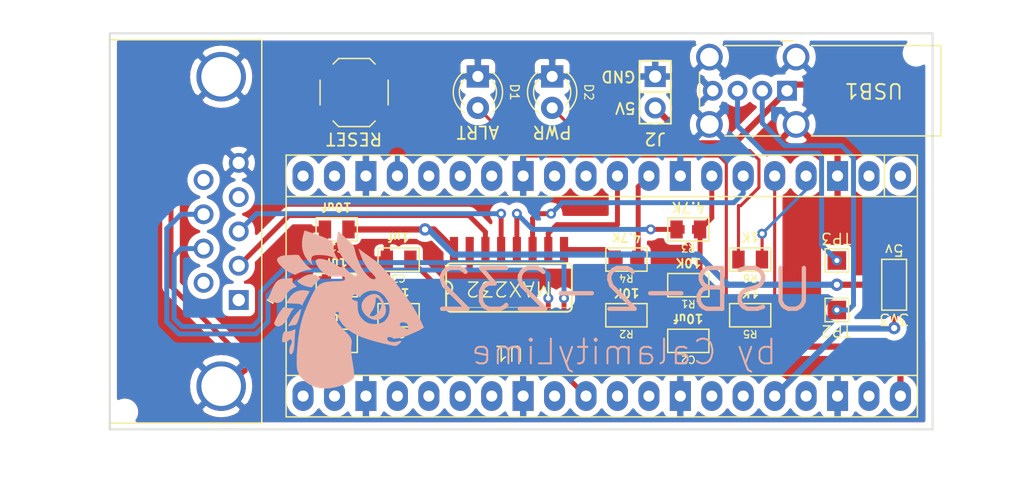
<source format=kicad_pcb>
(kicad_pcb (version 20171130) (host pcbnew "(5.1.10)-1")
  (layers (0 F.Cu signal) (31 B.Cu signal) (34 B.Paste user) (35 F.Paste user) (36 B.SilkS user hide) (37 F.SilkS user hide) (38 B.Mask user) (39 F.Mask user) (44 Edge.Cuts user))
  (net 0 "")
  (net 1 GND)
  (net 2 "Net-(C3-Pad2)")
  (net 3 +5V)
  (net 4 "Net-(D1-Pad2)")
  (net 5 "Net-(D2-Pad2)")
  (net 6 "Net-(R1-Pad2)")
  (net 7 "Net-(R2-Pad2)")
  (net 8 "Net-(SW2-Pad1)")
  (net 9 "Net-(U1-Pad10)")
  (net 10 "Net-(U1-Pad11)")
  (net 11 "Net-(U2-Pad1)")
  (net 12 "Net-(U2-Pad2)")
  (net 13 "Net-(U2-Pad11)")
  (net 14 "Net-(U2-Pad20)")
  (net 15 "Net-(U2-Pad21)")
  (net 16 "Net-(U2-Pad22)")
  (net 17 "Net-(U2-Pad24)")
  (net 18 "Net-(U2-Pad25)")
  (net 19 "Net-(U2-Pad26)")
  (net 20 "Net-(U2-Pad27)")
  (net 21 "Net-(U2-Pad29)")
  (net 22 "Net-(U2-Pad31)")
  (net 23 "Net-(U2-Pad32)")
  (net 24 "Net-(U2-Pad34)")
  (net 25 "Net-(U2-Pad35)")
  (net 26 "Net-(U2-Pad37)")
  (net 27 "Net-(U2-Pad39)")
  (net 28 "Net-(C5-Pad2)")
  (net 29 "Net-(C5-Pad1)")
  (net 30 "Net-(rs232_1-Pad9)")
  (net 31 "Net-(rs232_1-Pad6)")
  (net 32 "Net-(rs232_1-Pad4)")
  (net 33 "Net-(rs232_1-Pad1)")
  (net 34 "Net-(C1-Pad2)")
  (net 35 "Net-(C4-Pad1)")
  (net 36 "Net-(C6-Pad2)")
  (net 37 "Net-(C6-Pad1)")
  (net 38 "Net-(R3-Pad2)")
  (net 39 "Net-(R4-Pad1)")
  (net 40 +3V3)
  (net 41 "Net-(U2-Pad12)")
  (net 42 "Net-(U2-Pad14)")
  (net 43 "Net-(U2-Pad15)")
  (net 44 "Net-(U2-Pad16)")
  (net 45 "Net-(U2-Pad17)")
  (net 46 "Net-(U2-Pad19)")
  (net 47 "Net-(R5-Pad2)")
  (net 48 "Net-(R6-Pad2)")
  (net 49 "Net-(U1-Pad7)")
  (net 50 "Net-(U1-Pad8)")
  (net 51 "Net-(U1-Pad13)")
  (net 52 "Net-(U1-Pad14)")
  (net 53 "Net-(TP2-Pad1)")
  (net 54 "Net-(TP3-Pad1)")
  (module USB-2-232:C_0805_2012Metric (layer F.Cu) (at 158.594 95.432)
    (fp_text reference C3 (at 0 1.5 180 unlocked) (layer F.SilkS) (effects (font (size 0.6 0.6) (thickness 0.1))))
    (fp_text value 1uf (at 0 -1.8 180 unlocked) (layer F.SilkS) (effects (font (size 0.7 0.7))))
    (pad 2 smd rect (at 0.95 0) (size 1 1.45) (layers F.Cu F.Paste F.Mask) (net 2 "Net-(C3-Pad2)"))
    (pad 1 smd rect (at -0.95 0) (size 1 1.45) (layers F.Cu F.Paste F.Mask) (net 1 GND))
  )
  (module USB-2-232:C_0805_2012Metric (layer F.Cu) (at 158.594 99.932)
    (fp_text reference C6 (at 0 1.5 180 unlocked) (layer F.SilkS) (effects (font (size 0.6 0.6) (thickness 0.1))))
    (fp_text value 1uf (at 0 -1.8 180 unlocked) (layer F.SilkS) (effects (font (size 0.7 0.7))))
    (pad 2 smd rect (at 0.95 0) (size 1 1.45) (layers F.Cu F.Paste F.Mask) (net 36 "Net-(C6-Pad2)"))
    (pad 1 smd rect (at -0.95 0) (size 1 1.45) (layers F.Cu F.Paste F.Mask) (net 37 "Net-(C6-Pad1)"))
  )
  (module USB-2-232:C_0805_2012Metric (layer F.Cu) (at 153.594 93)
    (fp_text reference C1 (at 0 1.5 180 unlocked) (layer F.SilkS) (effects (font (size 0.6 0.6) (thickness 0.1))))
    (fp_text value 10uf (at 0 -1.8 180 unlocked) (layer F.SilkS) (effects (font (size 0.7 0.7))))
    (pad 2 smd rect (at 0.95 0) (size 1 1.45) (layers F.Cu F.Paste F.Mask) (net 34 "Net-(C1-Pad2)"))
    (pad 1 smd rect (at -0.95 0) (size 1 1.45) (layers F.Cu F.Paste F.Mask) (net 1 GND))
  )
  (module USB-2-232:C_0805_2012MetricFlip (layer F.Cu) (at 153.594 102 180)
    (fp_text reference C5 (at 0 -1.5 180 unlocked) (layer F.SilkS) (effects (font (size 0.6 0.6) (thickness 0.1))))
    (fp_text value 1uf (at 0 1.8 180 unlocked) (layer F.SilkS) (effects (font (size 0.7 0.7))))
    (pad 2 smd rect (at 0.95 0 180) (size 1 1.45) (layers F.Cu F.Paste F.Mask) (net 28 "Net-(C5-Pad2)"))
    (pad 1 smd rect (at -0.95 0 180) (size 1 1.45) (layers F.Cu F.Paste F.Mask) (net 29 "Net-(C5-Pad1)"))
  )
  (module USB-2-232:C_0805_2012MetricFlip (layer F.Cu) (at 153.594 97.5 180)
    (fp_text reference C4 (at 0 -1.5 180 unlocked) (layer F.SilkS) (effects (font (size 0.6 0.6) (thickness 0.1))))
    (fp_text value 1uf (at 0 1.8 180 unlocked) (layer F.SilkS) (effects (font (size 0.7 0.7))))
    (pad 2 smd rect (at 0.95 0 180) (size 1 1.45) (layers F.Cu F.Paste F.Mask) (net 1 GND))
    (pad 1 smd rect (at -0.95 0 180) (size 1 1.45) (layers F.Cu F.Paste F.Mask) (net 35 "Net-(C4-Pad1)"))
  )
  (module USB-2-232:C_0805_2012MetricFlip (layer F.Cu) (at 182 102 180)
    (fp_text reference C2 (at 0 -1.5 180 unlocked) (layer F.SilkS) (effects (font (size 0.6 0.6) (thickness 0.1))))
    (fp_text value 10uf (at 0 1.8 180 unlocked) (layer F.SilkS) (effects (font (size 0.7 0.7))))
    (pad 2 smd rect (at 0.95 0 180) (size 1 1.45) (layers F.Cu F.Paste F.Mask) (net 1 GND))
    (pad 1 smd rect (at -0.95 0 180) (size 1 1.45) (layers F.Cu F.Paste F.Mask) (net 3 +5V))
  )
  (module USB-2-232:R_0805_2012Metric_bridgeflip (layer F.Cu) (at 182 93 180)
    (fp_text reference R3 (at 0 -1.5 180 unlocked) (layer F.SilkS) (effects (font (size 0.6 0.6) (thickness 0.1))))
    (fp_text value 4.7K (at 0 1.8 180 unlocked) (layer F.SilkS) (effects (font (size 0.8 0.8))))
    (pad 2 smd rect (at 0.8 0 180) (size 1 0.7) (layers F.Cu F.Paste F.Mask) (net 38 "Net-(R3-Pad2)"))
    (pad 1 smd rect (at -0.8 0) (size 1 0.7) (layers F.Cu F.Paste F.Mask) (net 6 "Net-(R1-Pad2)"))
    (pad 2 smd rect (at 0.95 0 180) (size 1 1.45) (layers F.Cu F.Paste F.Mask) (net 38 "Net-(R3-Pad2)"))
    (pad 1 smd rect (at -0.95 0 180) (size 1 1.45) (layers F.Cu F.Paste F.Mask) (net 6 "Net-(R1-Pad2)"))
  )
  (module USB-2-232:R_0805_2012Metric_bridge (layer F.Cu) (at 177 95.432)
    (fp_text reference R4 (at 0 1.5 180 unlocked) (layer F.SilkS) (effects (font (size 0.6 0.6) (thickness 0.1))))
    (fp_text value 4.7K (at 0 -1.8 180 unlocked) (layer F.SilkS) (effects (font (size 0.7 0.7))))
    (pad 2 smd rect (at 0.8 0) (size 1 0.7) (layers F.Cu F.Paste F.Mask) (net 7 "Net-(R2-Pad2)"))
    (pad 1 smd rect (at -0.8 0 180) (size 1 0.7) (layers F.Cu F.Paste F.Mask) (net 39 "Net-(R4-Pad1)"))
    (pad 2 smd rect (at 0.95 0) (size 1 1.45) (layers F.Cu F.Paste F.Mask) (net 7 "Net-(R2-Pad2)"))
    (pad 1 smd rect (at -0.95 0) (size 1 1.45) (layers F.Cu F.Paste F.Mask) (net 39 "Net-(R4-Pad1)"))
  )
  (module USB-2-232:PinHeader_ALT_PWR_IN (layer F.Cu) (at 179.324 83.185 180)
    (fp_text reference J2 (at 0 -2.5 180 unlocked) (layer F.SilkS))
    (fp_text value PWR-PINH)
    (fp_text user 5V (at 1.5 0 180 unlocked) (layer F.SilkS) (effects (font (size 0.9 0.9)) (justify left)))
    (fp_text user GND (at 1.5 2.54 180 unlocked) (layer F.SilkS) (effects (font (size 0.9 0.9)) (justify left)))
    (pad 1 thru_hole circle (at 0 0 180) (size 1.7 1.7) (drill 1) (layers *.Cu *.Mask) (net 3 +5V))
    (pad 2 thru_hole rect (at 0 2.54 270) (size 1.7 1.7) (drill 1) (layers *.Cu *.Mask) (net 1 GND))
  )
  (module USB-2-232:SMT_RESET_SW (layer F.Cu) (at 155 81.9388)
    (fp_text reference SW2)
    (fp_text value RESET (at 0 3.75 180 unlocked) (layer F.SilkS))
    (pad 2 smd rect (at 3.15 1.9) (size 1.7 1) (layers F.Cu F.Paste F.Mask) (net 8 "Net-(SW2-Pad1)"))
    (pad 1 smd rect (at -3.15 1.9) (size 1.7 1) (layers F.Cu F.Paste F.Mask) (net 8 "Net-(SW2-Pad1)"))
    (pad 4 smd rect (at 3.15 -1.9) (size 1.7 1) (layers F.Cu F.Paste F.Mask) (net 1 GND))
    (pad 3 smd rect (at -3.15 -1.9) (size 1.7 1) (layers F.Cu F.Paste F.Mask) (net 1 GND))
  )
  (module usbpico:LED_D3.0mm_ALRT (layer F.Cu) (at 165 80.6388 270)
    (fp_text reference D1 (at 1.27 -2.96 270 unlocked) (layer F.SilkS) (effects (font (size 0.7 0.7) (thickness 0.11))))
    (fp_text value LED_Small)
    (fp_text user ALRT (at 4.5 0 180 unlocked) (layer F.SilkS))
    (pad 2 thru_hole circle (at 2.54 0 270) (size 1.8 1.8) (drill 0.9) (layers *.Cu *.Mask) (net 4 "Net-(D1-Pad2)"))
    (pad 1 thru_hole rect (at 0 0 270) (size 1.8 1.8) (drill 0.9) (layers *.Cu *.Mask) (net 1 GND))
  )
  (module USB-2-232:R_0805_2012Metric (layer F.Cu) (at 187 99.932)
    (fp_text reference R5 (at 0 1.5 180 unlocked) (layer F.SilkS) (effects (font (size 0.6 0.6) (thickness 0.1))))
    (fp_text value 1K (at 0 -1.8 180 unlocked) (layer F.SilkS) (effects (font (size 0.7 0.7))))
    (pad 2 smd rect (at 0.95 0) (size 1 1.45) (layers F.Cu F.Paste F.Mask) (net 47 "Net-(R5-Pad2)"))
    (pad 1 smd rect (at -0.95 0) (size 1 1.45) (layers F.Cu F.Paste F.Mask) (net 4 "Net-(D1-Pad2)"))
  )
  (module USB-2-232:R_0805_2012Metric (layer F.Cu) (at 187 95.432)
    (fp_text reference R6 (at 0 1.5 180 unlocked) (layer F.SilkS) (effects (font (size 0.6 0.6) (thickness 0.1))))
    (fp_text value 1K (at 0 -1.8 180 unlocked) (layer F.SilkS) (effects (font (size 0.7 0.7))))
    (pad 2 smd rect (at 0.95 0) (size 1 1.45) (layers F.Cu F.Paste F.Mask) (net 48 "Net-(R6-Pad2)"))
    (pad 1 smd rect (at -0.95 0) (size 1 1.45) (layers F.Cu F.Paste F.Mask) (net 5 "Net-(D2-Pad2)"))
  )
  (module USB-2-232:R_0805_2012Metric (layer F.Cu) (at 177 99.932)
    (fp_text reference R2 (at 0 1.5 180 unlocked) (layer F.SilkS) (effects (font (size 0.6 0.6) (thickness 0.1))))
    (fp_text value 10K (at 0 -1.8 180 unlocked) (layer F.SilkS) (effects (font (size 0.7 0.7))))
    (pad 2 smd rect (at 0.95 0) (size 1 1.45) (layers F.Cu F.Paste F.Mask) (net 7 "Net-(R2-Pad2)"))
    (pad 1 smd rect (at -0.95 0) (size 1 1.45) (layers F.Cu F.Paste F.Mask) (net 1 GND))
  )
  (module USB-2-232:R_0805_2012Metric (layer F.Cu) (at 182 97.5)
    (fp_text reference R1 (at 0 1.5 180 unlocked) (layer F.SilkS) (effects (font (size 0.6 0.6) (thickness 0.1))))
    (fp_text value 10K (at 0 -1.8 180 unlocked) (layer F.SilkS) (effects (font (size 0.7 0.7))))
    (pad 2 smd rect (at 0.95 0) (size 1 1.45) (layers F.Cu F.Paste F.Mask) (net 6 "Net-(R1-Pad2)"))
    (pad 1 smd rect (at -0.95 0) (size 1 1.45) (layers F.Cu F.Paste F.Mask) (net 1 GND))
  )
  (module usbpico:RPi_Pico_SMD_THv2 (layer F.Cu) (at 175.006 97.568 270)
    (fp_text reference U2 hide)
    (fp_text value PICO_RP2040)
    (pad 1 thru_hole oval (at -8.89 -24.13 270) (size 2.2 1.7) (drill 0.9) (layers *.Cu *.Mask) (net 11 "Net-(U2-Pad1)"))
    (pad 2 thru_hole oval (at -8.89 -21.59 270) (size 2.4 1.7) (drill 0.9) (layers *.Cu *.Mask) (net 12 "Net-(U2-Pad2)"))
    (pad 3 thru_hole rect (at -8.89 -19.05 270) (size 2.4 1.7) (drill 0.9) (layers *.Cu *.Mask) (net 1 GND))
    (pad 4 thru_hole oval (at -8.89 -16.51 270) (size 2.4 1.7) (drill 0.9) (layers *.Cu *.Mask) (net 48 "Net-(R6-Pad2)"))
    (pad 5 thru_hole oval (at -8.89 -13.97 270) (size 2.4 1.7) (drill 0.9) (layers *.Cu *.Mask) (net 47 "Net-(R5-Pad2)"))
    (pad 6 thru_hole oval (at -8.89 -11.43 270) (size 2.4 1.7) (drill 0.9) (layers *.Cu *.Mask) (net 10 "Net-(U1-Pad11)"))
    (pad 7 thru_hole oval (at -8.89 -8.89 270) (size 2.4 1.7) (drill 0.9) (layers *.Cu *.Mask) (net 6 "Net-(R1-Pad2)"))
    (pad 8 thru_hole rect (at -8.89 -6.35 270) (size 2.4 1.7) (drill 0.9) (layers *.Cu *.Mask) (net 1 GND))
    (pad 9 thru_hole oval (at -8.89 -3.81 270) (size 2.4 1.7) (drill 0.9) (layers *.Cu *.Mask) (net 7 "Net-(R2-Pad2)"))
    (pad 10 thru_hole oval (at -8.89 -1.27 270) (size 2.4 1.7) (drill 0.9) (layers *.Cu *.Mask) (net 9 "Net-(U1-Pad10)"))
    (pad 11 thru_hole oval (at -8.89 1.27 270) (size 2.4 1.7) (drill 0.9) (layers *.Cu *.Mask) (net 13 "Net-(U2-Pad11)"))
    (pad 12 thru_hole oval (at -8.89 3.81 270) (size 2.4 1.7) (drill 0.9) (layers *.Cu *.Mask) (net 41 "Net-(U2-Pad12)"))
    (pad 13 thru_hole rect (at -8.89 6.35 270) (size 2.4 1.7) (drill 0.9) (layers *.Cu *.Mask) (net 1 GND))
    (pad 14 thru_hole oval (at -8.89 8.89 270) (size 2.4 1.7) (drill 0.9) (layers *.Cu *.Mask) (net 42 "Net-(U2-Pad14)"))
    (pad 15 thru_hole oval (at -8.89 11.43 270) (size 2.4 1.7) (drill 0.9) (layers *.Cu *.Mask) (net 43 "Net-(U2-Pad15)"))
    (pad 16 thru_hole oval (at -8.89 13.97 270) (size 2.4 1.7) (drill 0.9) (layers *.Cu *.Mask) (net 44 "Net-(U2-Pad16)"))
    (pad 17 thru_hole oval (at -8.89 16.51 270) (size 2.4 1.7) (drill 0.9) (layers *.Cu *.Mask) (net 45 "Net-(U2-Pad17)"))
    (pad 18 thru_hole rect (at -8.89 19.05 270) (size 2.4 1.7) (drill 0.9) (layers *.Cu *.Mask) (net 1 GND))
    (pad 19 thru_hole oval (at -8.89 21.59 270) (size 2.4 1.7) (drill 0.9) (layers *.Cu *.Mask) (net 46 "Net-(U2-Pad19)"))
    (pad 20 thru_hole oval (at -8.89 24.13 270) (size 2.4 1.7) (drill 0.9) (layers *.Cu *.Mask) (net 14 "Net-(U2-Pad20)"))
    (pad 21 thru_hole oval (at 8.89 24.13 270) (size 2.4 1.7) (drill 0.9) (layers *.Cu *.Mask) (net 15 "Net-(U2-Pad21)"))
    (pad 22 thru_hole oval (at 8.89 21.59 270) (size 2.4 1.7) (drill 0.9) (layers *.Cu *.Mask) (net 16 "Net-(U2-Pad22)"))
    (pad 23 thru_hole rect (at 8.89 19.05 270) (size 2.4 1.7) (drill 0.9) (layers *.Cu *.Mask) (net 1 GND))
    (pad 24 thru_hole oval (at 8.89 16.51 270) (size 2.4 1.7) (drill 0.9) (layers *.Cu *.Mask) (net 17 "Net-(U2-Pad24)"))
    (pad 25 thru_hole oval (at 8.89 13.97 270) (size 2.4 1.7) (drill 0.9) (layers *.Cu *.Mask) (net 18 "Net-(U2-Pad25)"))
    (pad 26 thru_hole oval (at 8.89 11.43 270) (size 2.4 1.7) (drill 0.9) (layers *.Cu *.Mask) (net 19 "Net-(U2-Pad26)"))
    (pad 27 thru_hole oval (at 8.89 8.89 270) (size 2.4 1.7) (drill 0.9) (layers *.Cu *.Mask) (net 20 "Net-(U2-Pad27)"))
    (pad 28 thru_hole rect (at 8.89 6.35 270) (size 2.4 1.7) (drill 0.9) (layers *.Cu *.Mask) (net 1 GND))
    (pad 29 thru_hole oval (at 8.89 3.81 270) (size 2.4 1.7) (drill 0.9) (layers *.Cu *.Mask) (net 21 "Net-(U2-Pad29)"))
    (pad 30 thru_hole oval (at 8.89 1.27 270) (size 2.4 1.7) (drill 0.9) (layers *.Cu *.Mask) (net 8 "Net-(SW2-Pad1)"))
    (pad 31 thru_hole oval (at 8.89 -1.27 270) (size 2.4 1.7) (drill 0.9) (layers *.Cu *.Mask) (net 22 "Net-(U2-Pad31)"))
    (pad 32 thru_hole oval (at 8.89 -3.81 270) (size 2.4 1.7) (drill 0.9) (layers *.Cu *.Mask) (net 23 "Net-(U2-Pad32)"))
    (pad 33 thru_hole rect (at 8.89 -6.35 270) (size 2.4 1.7) (drill 0.9) (layers *.Cu *.Mask) (net 1 GND))
    (pad 34 thru_hole oval (at 8.89 -8.89 270) (size 2.4 1.7) (drill 0.9) (layers *.Cu *.Mask) (net 24 "Net-(U2-Pad34)"))
    (pad 35 thru_hole oval (at 8.89 -11.43 270) (size 2.4 1.7) (drill 0.9) (layers *.Cu *.Mask) (net 25 "Net-(U2-Pad35)"))
    (pad 36 thru_hole oval (at 8.89 -13.97 270) (size 2.4 1.7) (drill 0.9) (layers *.Cu *.Mask) (net 40 +3V3))
    (pad 37 thru_hole oval (at 8.89 -16.51 270) (size 2.4 1.7) (drill 0.9) (layers *.Cu *.Mask) (net 26 "Net-(U2-Pad37)"))
    (pad 38 thru_hole rect (at 8.89 -19.05 270) (size 2.4 1.7) (drill 0.9) (layers *.Cu *.Mask) (net 1 GND))
    (pad 39 thru_hole oval (at 8.89 -21.59 90) (size 2.4 1.7) (drill 0.9) (layers *.Cu *.Mask) (net 27 "Net-(U2-Pad39)"))
    (pad 40 thru_hole oval (at 8.89 -24.13 270) (size 2.4 1.7) (drill 0.9) (layers *.Cu *.Mask) (net 3 +5V))
  )
  (module USB-2-232:pfp-1050-v2 (layer B.Cu) (at 154.1945 99.6315 180)
    (fp_text reference G*** hide)
    (fp_text value LOGO hide)
  )
  (module Connector_Dsub:DSUB-9_Female_Horizontal_P2.77x2.84mm_EdgePinOffset7.70mm_Housed_MountingHolesOffset9.12mm (layer F.Cu) (at 145.68 98.7 270)
    (fp_text reference rs232_1 hide)
    (fp_text value DB9_Female_MountingHoles)
    (pad 0 thru_hole circle (at 6.96 1.42 270) (size 4 4) (drill 3.2) (layers *.Cu *.Mask) (net 1 GND))
    (pad 0 thru_hole circle (at -18.04 1.42 270) (size 4 4) (drill 3.2) (layers *.Cu *.Mask) (net 1 GND))
    (pad 9 thru_hole circle (at -9.695 2.84 270) (size 1.6 1.6) (drill 1) (layers *.Cu *.Mask) (net 30 "Net-(rs232_1-Pad9)"))
    (pad 8 thru_hole circle (at -6.925 2.84 270) (size 1.6 1.6) (drill 1) (layers *.Cu *.Mask) (net 49 "Net-(U1-Pad7)"))
    (pad 7 thru_hole circle (at -4.155 2.84 270) (size 1.6 1.6) (drill 1) (layers *.Cu *.Mask) (net 50 "Net-(U1-Pad8)"))
    (pad 6 thru_hole circle (at -1.385 2.84 270) (size 1.6 1.6) (drill 1) (layers *.Cu *.Mask) (net 31 "Net-(rs232_1-Pad6)"))
    (pad 5 thru_hole circle (at -11.08 0 270) (size 1.6 1.6) (drill 1) (layers *.Cu *.Mask) (net 1 GND))
    (pad 4 thru_hole circle (at -8.31 0 270) (size 1.6 1.6) (drill 1) (layers *.Cu *.Mask) (net 32 "Net-(rs232_1-Pad4)"))
    (pad 3 thru_hole circle (at -5.54 0 270) (size 1.6 1.6) (drill 1) (layers *.Cu *.Mask) (net 51 "Net-(U1-Pad13)"))
    (pad 2 thru_hole circle (at -2.77 0 270) (size 1.6 1.6) (drill 1) (layers *.Cu *.Mask) (net 52 "Net-(U1-Pad14)"))
    (pad 1 thru_hole rect (at 0 0 270) (size 1.6 1.6) (drill 1) (layers *.Cu *.Mask) (net 33 "Net-(rs232_1-Pad1)"))
  )
  (module "USB-2-232:JLCPCB mounting hole" (layer F.Cu) (at 136.4742 107.7468)
    (fp_text reference REF** hide)
    (fp_text value "JLCPCB mounting hole")
    (pad "" np_thru_hole circle (at 0 0) (size 1.152 1.152) (drill 1.152) (layers *.Cu *.Mask))
  )
  (module "USB-2-232:JLCPCB mounting hole" (layer F.Cu) (at 200.406 78.756)
    (fp_text reference REF** hide)
    (fp_text value "JLCPCB mounting hole")
    (pad "" np_thru_hole circle (at 0 0) (size 1.152 1.152) (drill 1.152) (layers *.Cu *.Mask))
  )
  (module usbpico:USB_A_Wuerth_614004134726_Horizontal (layer F.Cu) (at 189.976 81.796 180)
    (fp_text reference USB1 (at -7 0 180 unlocked) (layer F.SilkS) (effects (font (size 1.2 1.2))))
    (fp_text value USB_A)
    (pad 5 thru_hole circle (at -0.73 -2.72 180) (size 2.15 2.15) (drill 1.5) (layers *.Cu *.Mask) (net 1 GND))
    (pad 5 thru_hole circle (at 6.27 -2.72 180) (size 2.15 2.15) (drill 1.5) (layers *.Cu *.Mask) (net 1 GND))
    (pad 5 thru_hole circle (at 6.27 2.72 180) (size 2.15 2.15) (drill 1.5) (layers *.Cu *.Mask) (net 1 GND))
    (pad 5 thru_hole circle (at -0.73 2.72 180) (size 2.15 2.15) (drill 1.5) (layers *.Cu *.Mask) (net 1 GND))
    (pad 1 thru_hole rect (at 0 0 180) (size 1.6 1.6) (drill 0.92) (layers *.Cu *.Mask) (net 3 +5V))
    (pad 2 thru_hole circle (at 2 0 180) (size 1.6 1.6) (drill 0.92) (layers *.Cu *.Mask) (net 53 "Net-(TP2-Pad1)"))
    (pad 3 thru_hole circle (at 4 0 180) (size 1.6 1.6) (drill 0.92) (layers *.Cu *.Mask) (net 54 "Net-(TP3-Pad1)"))
    (pad 4 thru_hole circle (at 6 0 180) (size 1.6 1.6) (drill 0.92) (layers *.Cu *.Mask) (net 1 GND))
  )
  (module usbpico:LED_D3.0mm_PWR (layer F.Cu) (at 171 80.6388 270)
    (fp_text reference D2 (at 1.27 -2.96 270 unlocked) (layer F.SilkS) (effects (font (size 0.7 0.7) (thickness 0.1))))
    (fp_text value LED_Small)
    (fp_text user PWR (at 4.5 0 180 unlocked) (layer F.SilkS))
    (pad 2 thru_hole circle (at 2.54 0 270) (size 1.8 1.8) (drill 0.9) (layers *.Cu *.Mask) (net 5 "Net-(D2-Pad2)"))
    (pad 1 thru_hole rect (at 0 0 270) (size 1.8 1.8) (drill 0.9) (layers *.Cu *.Mask) (net 1 GND))
  )
  (module usbpico:SolderJumper_MAX232_5v-3v3_switch (layer F.Cu) (at 198.628 97.465 270)
    (fp_text reference JP1 hide)
    (fp_text value SolderJumper_3_Open)
    (fp_text user 5v (at -2.8 0 180 unlocked) (layer F.SilkS) (effects (font (size 0.9 0.9) (thickness 0.12))))
    (fp_text user 3v3 (at 2.8 0 180 unlocked) (layer F.SilkS) (effects (font (size 0.9 0.9) (thickness 0.12))))
    (pad 1 smd rect (at -1.3 0 270) (size 1 1.5) (layers F.Cu F.Mask) (net 3 +5V))
    (pad 2 smd rect (at 0 0 270) (size 1 1.5) (layers F.Cu F.Mask) (net 34 "Net-(C1-Pad2)"))
    (pad 3 smd rect (at 1.3 0 270) (size 1 1.5) (layers F.Cu F.Mask) (net 40 +3V3))
  )
  (module usbpico:max232_SMD (layer F.Cu) (at 167.513 97.695)
    (fp_text reference U1 (at 0 4.6 180 unlocked) (layer F.SilkS) (effects (font (size 1.2 1.2) (thickness 0.12)) (justify bottom)))
    (fp_text value MAX232 (at 0 -0.6 180 unlocked) (layer F.SilkS) (effects (font (size 1.2 1.2) (thickness 0.12)) (justify bottom)))
    (pad 9 smd rect (at 4.445 -3.0734) (size 0.6604 2.032) (layers F.Cu F.Paste F.Mask) (net 39 "Net-(R4-Pad1)"))
    (pad 8 smd rect (at 4.445 3.0734) (size 0.6604 2.032) (layers F.Cu F.Paste F.Mask) (net 50 "Net-(U1-Pad8)"))
    (pad 10 smd rect (at 3.175 -3.0734) (size 0.6604 2.032) (layers F.Cu F.Paste F.Mask) (net 9 "Net-(U1-Pad10)"))
    (pad 11 smd rect (at 1.905 -3.0734) (size 0.6604 2.032) (layers F.Cu F.Paste F.Mask) (net 10 "Net-(U1-Pad11)"))
    (pad 7 smd rect (at 3.175 3.0734) (size 0.6604 2.032) (layers F.Cu F.Paste F.Mask) (net 49 "Net-(U1-Pad7)"))
    (pad 6 smd rect (at 1.905 3.0734) (size 0.6604 2.032) (layers F.Cu F.Paste F.Mask) (net 2 "Net-(C3-Pad2)"))
    (pad 12 smd rect (at 0.635 -3.0734) (size 0.6604 2.032) (layers F.Cu F.Paste F.Mask) (net 38 "Net-(R3-Pad2)"))
    (pad 5 smd rect (at 0.635 3.0734) (size 0.6604 2.032) (layers F.Cu F.Paste F.Mask) (net 28 "Net-(C5-Pad2)"))
    (pad 13 smd rect (at -0.635 -3.0734) (size 0.6604 2.032) (layers F.Cu F.Paste F.Mask) (net 51 "Net-(U1-Pad13)"))
    (pad 4 smd rect (at -0.635 3.0734) (size 0.6604 2.032) (layers F.Cu F.Paste F.Mask) (net 29 "Net-(C5-Pad1)"))
    (pad 14 smd rect (at -1.905 -3.0734) (size 0.6604 2.032) (layers F.Cu F.Paste F.Mask) (net 52 "Net-(U1-Pad14)"))
    (pad 15 smd rect (at -3.175 -3.0734) (size 0.6604 2.032) (layers F.Cu F.Paste F.Mask) (net 1 GND))
    (pad 3 smd rect (at -1.905 3.0734) (size 0.6604 2.032) (layers F.Cu F.Paste F.Mask) (net 36 "Net-(C6-Pad2)"))
    (pad 2 smd rect (at -3.175 3.0734) (size 0.6604 2.032) (layers F.Cu F.Paste F.Mask) (net 35 "Net-(C4-Pad1)"))
    (pad 16 smd rect (at -4.445 -3.0734) (size 0.6604 2.032) (layers F.Cu F.Paste F.Mask) (net 34 "Net-(C1-Pad2)"))
    (pad 1 smd rect (at -4.445 3.0734) (size 0.6604 2.032) (layers F.Cu F.Paste F.Mask) (net 37 "Net-(C6-Pad1)"))
  )
  (module usbpico:TestPoint_Pad_1.5x1.5mm (layer F.Cu) (at 194 95.508 270)
    (fp_text reference TP3 (at -1.778 0.05 180 unlocked) (layer F.SilkS) (effects (font (size 0.9 0.9) (thickness 0.12))))
    (fp_text value TestPoint)
    (pad 1 smd rect (at 0 0 270) (size 1.5 1.5) (layers F.Cu F.Mask) (net 54 "Net-(TP3-Pad1)"))
  )
  (module usbpico:TestPoint_Pad_1.5x1.5mm (layer F.Cu) (at 194 99.508 270)
    (fp_text reference TP2 (at 1.692 0.05 180 unlocked) (layer F.SilkS) (effects (font (size 0.9 0.9) (thickness 0.12))))
    (fp_text value TestPoint)
    (pad 1 smd rect (at 0 0 270) (size 1.5 1.5) (layers F.Cu F.Mask) (net 53 "Net-(TP2-Pad1)"))
  )
  (gr_line (start 201.73 109.1535) (end 135.258 109.1535) (layer Edge.Cuts) (width 0.15))
  (gr_line (start 135.258 77.159) (end 135.258 109.1535) (layer Edge.Cuts) (width 0.15))
  (gr_line (start 135.258 77.159) (end 201.73 77.159) (layer Edge.Cuts) (width 0.15))
  (gr_text "by CalamityLime" (at 176.8 102.9) (layer B.SilkS) (effects (font (size 2 2) (thickness 0.16)) (justify mirror)))
  (gr_text USB-2-232 (at 176.8 97.9) (layer B.SilkS) (effects (font (size 3.3 3.3) (thickness 0.35)) (justify mirror)))
  (gr_line (start 201.73 77.159) (end 201.73 109.1535) (layer Edge.Cuts) (width 0.15))
  (segment (start 169.418 99.3524) (end 168.43059 98.36499) (width 0.4) (layer F.Cu) (net 2))
  (segment (start 169.418 100.7684) (end 169.418 99.3524) (width 0.4) (layer F.Cu) (net 2))
  (segment (start 162.47699 98.36499) (end 159.544 95.432) (width 0.4) (layer F.Cu) (net 2))
  (segment (start 168.43059 98.36499) (end 162.47699 98.36499) (width 0.4) (layer F.Cu) (net 2))
  (segment (start 185.07101 87.66201) (end 184.475021 87.066021) (width 0.25) (layer F.Cu) (net 4))
  (segment (start 185.07101 98.95301) (end 185.07101 87.66201) (width 0.25) (layer F.Cu) (net 4))
  (segment (start 186.05 99.932) (end 185.07101 98.95301) (width 0.25) (layer F.Cu) (net 4))
  (segment (start 168.887221 87.066021) (end 165 83.1788) (width 0.25) (layer F.Cu) (net 4))
  (segment (start 184.475021 87.066021) (end 168.887221 87.066021) (width 0.25) (layer F.Cu) (net 4))
  (via (at 171.958 98.556) (size 0.8) (drill 0.4) (layers F.Cu B.Cu) (net 50))
  (segment (start 165.608 94.6216) (end 165.608 93.825398) (width 0.4) (layer F.Cu) (net 52))
  (segment (start 183.95 88.732) (end 183.896 88.678) (width 0.4) (layer F.Cu) (net 6))
  (segment (start 183.896 92.054) (end 182.95 93) (width 0.4) (layer F.Cu) (net 6))
  (segment (start 183.896 88.678) (end 183.896 92.054) (width 0.4) (layer F.Cu) (net 6))
  (segment (start 182.95 93) (end 182.95 97.5) (width 0.4) (layer F.Cu) (net 6))
  (segment (start 177.95 99.932) (end 177.95 95.432) (width 0.4) (layer F.Cu) (net 7))
  (segment (start 177.95 89.544) (end 178.816 88.678) (width 0.4) (layer F.Cu) (net 7))
  (segment (start 177.95 95.432) (end 177.95 89.544) (width 0.4) (layer F.Cu) (net 7))
  (segment (start 158.496 88.678) (end 158.496 87.078) (width 0.4) (layer B.Cu) (net 45))
  (segment (start 171.196 88.678) (end 171.196 88.328) (width 0.4) (layer F.Cu) (net 41))
  (segment (start 146.16599 104.39101) (end 145.8365 104.7205) (width 0.4) (layer F.Cu) (net 1))
  (segment (start 145.8365 104.7205) (end 146.004 104.553) (width 0.4) (layer F.Cu) (net 1))
  (segment (start 173.736 106.458) (end 173.736 105.569) (width 0.4) (layer F.Cu) (net 8))
  (segment (start 146.20098 104.426) (end 146.16599 104.39101) (width 0.4) (layer F.Cu) (net 1))
  (segment (start 200.66 94.133) (end 198.628 96.165) (width 0.5) (layer F.Cu) (net 3))
  (segment (start 200.66 84.328) (end 200.66 94.133) (width 0.5) (layer F.Cu) (net 3))
  (segment (start 197.628 81.296) (end 200.66 84.328) (width 0.5) (layer F.Cu) (net 3))
  (segment (start 189.976 81.296) (end 197.628 81.296) (width 0.5) (layer F.Cu) (net 3))
  (segment (start 200.66 101.172) (end 200.66 94.133) (width 0.5) (layer F.Cu) (net 3))
  (segment (start 182.95 102) (end 183.138 102.188) (width 0.5) (layer F.Cu) (net 3))
  (segment (start 183.3118 102.4636) (end 199.3568 102.4636) (width 0.5) (layer F.Cu) (net 3))
  (segment (start 182.180001 86.041001) (end 179.324 83.185) (width 0.5) (layer F.Cu) (net 3))
  (segment (start 185.730999 86.041001) (end 182.180001 86.041001) (width 0.5) (layer F.Cu) (net 3))
  (segment (start 189.976 81.796) (end 185.730999 86.041001) (width 0.5) (layer F.Cu) (net 3))
  (segment (start 200.6484 101.172) (end 199.3568 102.4636) (width 0.5) (layer F.Cu) (net 3))
  (segment (start 200.66 101.172) (end 200.6484 101.172) (width 0.5) (layer F.Cu) (net 3))
  (segment (start 199.136 102.6844) (end 199.3568 102.4636) (width 0.5) (layer F.Cu) (net 3))
  (segment (start 199.136 106.458) (end 199.136 102.6844) (width 0.5) (layer F.Cu) (net 3))
  (segment (start 174.437211 86.616011) (end 171 83.1788) (width 0.25) (layer F.Cu) (net 5))
  (segment (start 186.946011 86.616011) (end 174.437211 86.616011) (width 0.25) (layer F.Cu) (net 5))
  (segment (start 187.706 87.376) (end 186.946011 86.616011) (width 0.25) (layer F.Cu) (net 5))
  (segment (start 187.706 89.609695) (end 187.706 87.376) (width 0.25) (layer F.Cu) (net 5))
  (segment (start 186.23998 91.075715) (end 187.706 89.609695) (width 0.25) (layer F.Cu) (net 5))
  (segment (start 186.05 91.075715) (end 186.23998 91.075715) (width 0.25) (layer F.Cu) (net 5))
  (segment (start 186.05 95.432) (end 186.05 91.075715) (width 0.25) (layer F.Cu) (net 5))
  (segment (start 144.6342 83.8388) (end 151.85 83.8388) (width 0.4) (layer F.Cu) (net 8))
  (segment (start 140.208 88.265) (end 144.6342 83.8388) (width 0.4) (layer F.Cu) (net 8))
  (segment (start 140.208 97.584478) (end 140.208 88.265) (width 0.4) (layer F.Cu) (net 8))
  (segment (start 147.049522 104.426) (end 140.208 97.584478) (width 0.4) (layer F.Cu) (net 8))
  (segment (start 171.704 104.426) (end 147.049522 104.426) (width 0.4) (layer F.Cu) (net 8))
  (segment (start 173.736 106.458) (end 171.704 104.426) (width 0.4) (layer F.Cu) (net 8))
  (segment (start 151.85 83.8388) (end 158.15 83.8388) (width 0.4) (layer F.Cu) (net 8))
  (segment (start 170.688 94.6216) (end 170.688 93.3135) (width 0.4) (layer F.Cu) (net 9))
  (segment (start 170.688 93.3135) (end 170.7035 93.3135) (width 0.4) (layer F.Cu) (net 9))
  (segment (start 170.688 93.3135) (end 171.3865 92.615) (width 0.4) (layer F.Cu) (net 9))
  (segment (start 176.276 92.615) (end 176.276 88.678) (width 0.4) (layer F.Cu) (net 9))
  (segment (start 171.3865 92.615) (end 176.276 92.615) (width 0.4) (layer F.Cu) (net 9))
  (via (at 170.9166 91.726) (size 0.8) (drill 0.4) (layers F.Cu B.Cu) (net 10))
  (segment (start 169.418 94.6216) (end 169.418 93.2056) (width 0.4) (layer F.Cu) (net 10))
  (segment (start 170.9166 91.726) (end 169.799 91.726) (width 0.4) (layer F.Cu) (net 10))
  (segment (start 169.418 92.107) (end 169.418 93.2056) (width 0.4) (layer F.Cu) (net 10))
  (segment (start 169.799 91.726) (end 169.418 92.107) (width 0.4) (layer F.Cu) (net 10))
  (segment (start 171.8056 90.837) (end 170.9166 91.726) (width 0.4) (layer B.Cu) (net 10))
  (segment (start 185.674 90.837) (end 171.8056 90.837) (width 0.4) (layer B.Cu) (net 10))
  (segment (start 186.436 90.075) (end 185.674 90.837) (width 0.4) (layer B.Cu) (net 10))
  (segment (start 186.436 88.678) (end 186.436 90.075) (width 0.4) (layer B.Cu) (net 10))
  (segment (start 195.34599 99.11199) (end 195.34599 87.197988) (width 0.4) (layer B.Cu) (net 53))
  (via (at 194 99.508) (size 0.8) (drill 0.4) (layers F.Cu B.Cu) (net 53))
  (segment (start 194 99.544) (end 194.056 99.6) (width 0.4) (layer F.Cu) (net 53))
  (segment (start 194 99.508) (end 194 99.544) (width 0.4) (layer F.Cu) (net 53))
  (segment (start 187.976 84.4108) (end 187.976 81.296) (width 0.4) (layer B.Cu) (net 53))
  (segment (start 194.94998 99.508) (end 195.34599 99.11199) (width 0.4) (layer B.Cu) (net 53))
  (segment (start 194 99.508) (end 194.94998 99.508) (width 0.4) (layer B.Cu) (net 53))
  (via (at 194 95.508) (size 0.8) (drill 0.4) (layers F.Cu B.Cu) (net 54))
  (segment (start 194.028 95.508) (end 194.056 95.536) (width 0.4) (layer F.Cu) (net 54))
  (segment (start 194 95.508) (end 194.028 95.508) (width 0.4) (layer F.Cu) (net 54))
  (via (at 166.878 91.726) (size 0.8) (drill 0.4) (layers F.Cu B.Cu) (net 51))
  (segment (start 166.878 91.726) (end 166.878 94.6216) (width 0.4) (layer F.Cu) (net 51))
  (via (at 194 97.4664) (size 1) (drill 0.5) (layers F.Cu B.Cu) (net 34))
  (segment (start 198.604 97.441) (end 198.628 97.465) (width 0.5) (layer F.Cu) (net 34))
  (segment (start 198.6266 97.4664) (end 198.628 97.465) (width 0.5) (layer F.Cu) (net 34))
  (segment (start 194.0052 97.4664) (end 198.6266 97.4664) (width 0.5) (layer F.Cu) (net 34))
  (via (at 168.148 91.726) (size 0.8) (drill 0.4) (layers F.Cu B.Cu) (net 38))
  (segment (start 152.605 101.961) (end 152.644 102) (width 0.4) (layer F.Cu) (net 28))
  (segment (start 152.654 102.01) (end 152.644 102) (width 0.4) (layer F.Cu) (net 28))
  (segment (start 152.654 103.82599) (end 152.654 102.01) (width 0.4) (layer F.Cu) (net 28))
  (segment (start 167.35101 103.82599) (end 152.654 103.82599) (width 0.4) (layer F.Cu) (net 28))
  (segment (start 168.148 103.029) (end 167.35101 103.82599) (width 0.4) (layer F.Cu) (net 28))
  (segment (start 168.148 100.7684) (end 168.148 103.029) (width 0.4) (layer F.Cu) (net 28))
  (segment (start 166.878 102.727) (end 166.41401 103.19099) (width 0.4) (layer F.Cu) (net 29))
  (segment (start 166.878 100.7684) (end 166.878 102.727) (width 0.4) (layer F.Cu) (net 29))
  (segment (start 155.73499 103.19099) (end 154.544 102) (width 0.4) (layer F.Cu) (net 29))
  (segment (start 166.41401 103.19099) (end 155.73499 103.19099) (width 0.4) (layer F.Cu) (net 29))
  (segment (start 161.4464 93) (end 163.068 94.6216) (width 0.5) (layer F.Cu) (net 34))
  (segment (start 160.73 93) (end 160.73 93) (width 0.5) (layer F.Cu) (net 34))
  (segment (start 160.73 93) (end 161.4464 93) (width 0.5) (layer F.Cu) (net 34))
  (via (at 160.73 93) (size 1) (drill 0.5) (layers F.Cu B.Cu) (net 34))
  (segment (start 182.753 95.028) (end 163.06 95.028) (width 0.5) (layer B.Cu) (net 34))
  (segment (start 163.06 95.028) (end 161.032 93) (width 0.5) (layer B.Cu) (net 34))
  (segment (start 185.1914 97.4664) (end 182.753 95.028) (width 0.5) (layer B.Cu) (net 34))
  (segment (start 194.0052 97.4664) (end 185.1914 97.4664) (width 0.5) (layer B.Cu) (net 34))
  (segment (start 154.544 93) (end 160.73 93) (width 0.5) (layer F.Cu) (net 34))
  (segment (start 156.161 99.117) (end 154.544 97.5) (width 0.4) (layer F.Cu) (net 35))
  (segment (start 156.38001 99.33601) (end 156.161 99.117) (width 0.4) (layer F.Cu) (net 35))
  (segment (start 156.38001 102.48601) (end 156.38001 99.33601) (width 0.4) (layer F.Cu) (net 35))
  (segment (start 156.48498 102.59098) (end 156.38001 102.48601) (width 0.4) (layer F.Cu) (net 35))
  (segment (start 164.26802 102.59098) (end 156.48498 102.59098) (width 0.4) (layer F.Cu) (net 35))
  (segment (start 164.338 102.521) (end 164.26802 102.59098) (width 0.4) (layer F.Cu) (net 35))
  (segment (start 164.338 100.7684) (end 164.338 102.521) (width 0.4) (layer F.Cu) (net 35))
  (segment (start 165.608 99.3524) (end 165.2206 98.965) (width 0.4) (layer F.Cu) (net 36))
  (segment (start 165.608 100.7684) (end 165.608 99.3524) (width 0.4) (layer F.Cu) (net 36))
  (segment (start 165.2206 98.965) (end 159.512 98.965) (width 0.4) (layer F.Cu) (net 36))
  (segment (start 159.512 99.9) (end 159.544 99.932) (width 0.4) (layer F.Cu) (net 36))
  (segment (start 159.512 98.965) (end 159.512 99.9) (width 0.4) (layer F.Cu) (net 36))
  (segment (start 163.068 101.886) (end 162.96303 101.99097) (width 0.4) (layer F.Cu) (net 37))
  (segment (start 163.068 100.7684) (end 163.068 101.886) (width 0.4) (layer F.Cu) (net 37))
  (segment (start 162.96303 101.99097) (end 157.83897 101.99097) (width 0.4) (layer F.Cu) (net 37))
  (segment (start 157.644 101.796) (end 157.644 99.932) (width 0.4) (layer F.Cu) (net 37))
  (segment (start 157.83897 101.99097) (end 157.644 101.796) (width 0.4) (layer F.Cu) (net 37))
  (segment (start 168.148 94.6216) (end 168.148 91.726) (width 0.4) (layer F.Cu) (net 38))
  (via (at 178.959 92.996) (size 0.8) (drill 0.4) (layers F.Cu B.Cu) (net 38))
  (segment (start 169.418 92.996) (end 168.148 91.726) (width 0.4) (layer B.Cu) (net 38))
  (segment (start 178.959 92.996) (end 169.418 92.996) (width 0.4) (layer B.Cu) (net 38))
  (segment (start 181.046 92.996) (end 181.05 93) (width 0.4) (layer F.Cu) (net 38))
  (segment (start 178.959 92.996) (end 181.046 92.996) (width 0.4) (layer F.Cu) (net 38))
  (segment (start 175.2396 94.6216) (end 176.05 95.432) (width 0.4) (layer F.Cu) (net 39))
  (segment (start 171.958 94.6216) (end 175.2396 94.6216) (width 0.4) (layer F.Cu) (net 39))
  (via (at 170.688 98.556) (size 0.8) (drill 0.4) (layers F.Cu B.Cu) (net 49))
  (segment (start 188.976 105.938002) (end 188.976 106.458) (width 0.5) (layer B.Cu) (net 40))
  (via (at 198.628 100.965) (size 1) (drill 0.5) (layers F.Cu B.Cu) (net 40))
  (segment (start 198.628 98.765) (end 198.628 100.965) (width 0.5) (layer F.Cu) (net 40))
  (segment (start 198.593 101) (end 198.628 100.965) (width 0.5) (layer B.Cu) (net 40))
  (segment (start 194.434 101) (end 198.593 101) (width 0.5) (layer B.Cu) (net 40))
  (segment (start 188.976 106.458) (end 194.434 101) (width 0.5) (layer B.Cu) (net 40))
  (segment (start 188.976 98.906) (end 187.95 99.932) (width 0.25) (layer F.Cu) (net 47))
  (segment (start 188.976 88.678) (end 188.976 98.906) (width 0.25) (layer F.Cu) (net 47))
  (segment (start 191.516 88.678) (end 191.516 89.44) (width 0.4) (layer B.Cu) (net 48))
  (via (at 187.96 93.345) (size 0.8) (drill 0.4) (layers F.Cu B.Cu) (net 48))
  (segment (start 191.516 89.789) (end 187.96 93.345) (width 0.25) (layer B.Cu) (net 48))
  (segment (start 191.516 88.678) (end 191.516 89.789) (width 0.25) (layer B.Cu) (net 48))
  (segment (start 187.96 95.422) (end 187.95 95.432) (width 0.25) (layer F.Cu) (net 48))
  (segment (start 187.96 93.345) (end 187.96 95.422) (width 0.25) (layer F.Cu) (net 48))
  (segment (start 170.688 100.7684) (end 170.688 98.556) (width 0.4) (layer F.Cu) (net 49))
  (segment (start 170.688 98.556) (end 170.688 96.65902) (width 0.4) (layer B.Cu) (net 49))
  (segment (start 170.688 96.65902) (end 170.307 96.27802) (width 0.4) (layer B.Cu) (net 49))
  (segment (start 170.307 96.27802) (end 150.061522 96.27802) (width 0.4) (layer B.Cu) (net 49))
  (segment (start 148.047009 100.451533) (end 147.060532 101.43801) (width 0.4) (layer B.Cu) (net 49))
  (segment (start 148.04701 98.292532) (end 148.047009 100.451533) (width 0.4) (layer B.Cu) (net 49))
  (segment (start 150.061522 96.27802) (end 148.04701 98.292532) (width 0.4) (layer B.Cu) (net 49))
  (segment (start 140.848467 101.438009) (end 139.86199 100.451532) (width 0.4) (layer B.Cu) (net 49))
  (segment (start 147.060532 101.43801) (end 140.848467 101.438009) (width 0.4) (layer B.Cu) (net 49))
  (segment (start 139.86199 100.451532) (end 139.86199 92.92901) (width 0.4) (layer B.Cu) (net 49))
  (segment (start 141.016 91.775) (end 142.84 91.775) (width 0.4) (layer B.Cu) (net 49))
  (segment (start 139.86199 92.92901) (end 141.016 91.775) (width 0.4) (layer B.Cu) (net 49))
  (segment (start 171.958 100.7684) (end 171.958 98.556) (width 0.4) (layer F.Cu) (net 50))
  (segment (start 141.04 94.545) (end 142.84 94.545) (width 0.4) (layer B.Cu) (net 50))
  (segment (start 140.462 95.123) (end 141.04 94.545) (width 0.4) (layer B.Cu) (net 50))
  (segment (start 140.462 100.203) (end 140.462 95.123) (width 0.4) (layer B.Cu) (net 50))
  (segment (start 147.447 100.203) (end 146.812 100.838) (width 0.4) (layer B.Cu) (net 50))
  (segment (start 141.097 100.838) (end 140.462 100.203) (width 0.4) (layer B.Cu) (net 50))
  (segment (start 147.447 98.044) (end 147.447 100.203) (width 0.4) (layer B.Cu) (net 50))
  (segment (start 146.812 100.838) (end 141.097 100.838) (width 0.4) (layer B.Cu) (net 50))
  (segment (start 149.81299 95.67801) (end 147.447 98.044) (width 0.4) (layer B.Cu) (net 50))
  (segment (start 171.87801 95.67801) (end 149.81299 95.67801) (width 0.4) (layer B.Cu) (net 50))
  (segment (start 171.958 95.758) (end 171.87801 95.67801) (width 0.4) (layer B.Cu) (net 50))
  (segment (start 171.958 98.556) (end 171.958 95.758) (width 0.4) (layer B.Cu) (net 50))
  (segment (start 147.114 91.726) (end 145.68 93.16) (width 0.4) (layer B.Cu) (net 51))
  (segment (start 166.878 91.726) (end 147.114 91.726) (width 0.4) (layer B.Cu) (net 51))
  (segment (start 149.735001 91.874999) (end 145.68 95.93) (width 0.4) (layer F.Cu) (net 52))
  (segment (start 164.277399 91.874999) (end 149.735001 91.874999) (width 0.4) (layer F.Cu) (net 52))
  (segment (start 165.608 93.2056) (end 164.277399 91.874999) (width 0.4) (layer F.Cu) (net 52))
  (segment (start 165.608 94.6216) (end 165.608 93.2056) (width 0.4) (layer F.Cu) (net 52))
  (segment (start 195.34599 87.197988) (end 194.381002 86.233) (width 0.4) (layer B.Cu) (net 53))
  (segment (start 189.7982 86.233) (end 187.976 84.4108) (width 0.4) (layer B.Cu) (net 53))
  (segment (start 194.381002 86.233) (end 189.7982 86.233) (width 0.4) (layer B.Cu) (net 53))
  (segment (start 192.49701 86.83301) (end 188.17901 86.83301) (width 0.4) (layer B.Cu) (net 54))
  (segment (start 192.76601 87.10201) (end 192.49701 86.83301) (width 0.4) (layer B.Cu) (net 54))
  (segment (start 185.976 84.63) (end 185.976 81.796) (width 0.4) (layer B.Cu) (net 54))
  (segment (start 192.76601 94.27401) (end 192.76601 87.10201) (width 0.4) (layer B.Cu) (net 54))
  (segment (start 188.17901 86.83301) (end 185.976 84.63) (width 0.4) (layer B.Cu) (net 54))
  (segment (start 194 95.508) (end 192.76601 94.27401) (width 0.4) (layer B.Cu) (net 54))
  (zone (net 0) (net_name "") (layer B.Cu) (connect_pads (clearance 0.508)) (min_thickness 0.254)
    (keepout (tracks allowed) (vias allowed) (copperpour not_allowed))
    (fill (arc_segments 32) (thermal_gap 0.508) (thermal_bridge_width 0.508))
    (polygon (pts (xy 194.945 91.218) (xy 194.818 94.647) (xy 194.564 94.774) (xy 193.929 94.647) (xy 193.294 93.885) (xy 193.421 90.075) (xy 194.564 90.075)))
  )
  (zone (net 0) (net_name "") (layer F.Cu) (connect_pads (clearance 0.508)) (min_thickness 0.254)
    (keepout (tracks allowed) (vias allowed) (copperpour not_allowed))
    (fill (arc_segments 32) (thermal_gap 0.508) (thermal_bridge_width 0.508))
    (polygon (pts (xy 196.088 99.092) (xy 196.088 99.7905) (xy 196.215 99.9175) (xy 196.088 100.235) (xy 195.834 101.4415) (xy 192.7225 101.4415) (xy 192.7225 100.235) (xy 193.294 100.5525) (xy 194.945 100.4255) (xy 195.1355 98.838) (xy 194.8815 98.1395) (xy 196.9135 98.1395)))
  )
  (zone (net 0) (net_name "") (layer F.Cu) (connect_pads (clearance 0.508)) (min_thickness 0.254)
    (keepout (tracks allowed) (vias allowed) (copperpour not_allowed))
    (fill (arc_segments 32) (thermal_gap 0.508) (thermal_bridge_width 0.508))
    (polygon (pts (xy 192.9765 94.7105) (xy 192.913 96.425) (xy 193.294 96.806) (xy 193.3575 98.0125) (xy 192.8495 98.711) (xy 192.7225 100.235) (xy 192.7225 94.266) (xy 193.167 94.266)))
  )
  (zone (net 1) (net_name GND) (layer B.Cu) (connect_pads (clearance 0.508)) (min_thickness 0.254) (fill yes (arc_segments 32) (thermal_gap 0.508) (thermal_bridge_width 0.508))
    (polygon (pts (xy 201.7268 109.1692) (xy 135.255 109.1438) (xy 135.2804 77.1652) (xy 201.7268 77.1652)))
  )
  (zone (net 1) (net_name GND) (layer F.Cu) (connect_pads (clearance 0.508)) (min_thickness 0.254) (fill yes (arc_segments 32) (thermal_gap 0.508) (thermal_bridge_width 0.508))
    (polygon (pts (xy 201.7268 109.1438) (xy 135.255 109.1438) (xy 135.255 77.1652) (xy 201.7268 77.1652)))
  )
  (zone (net 0) (net_name "") (layer F.Cu) (connect_pads (clearance 0.508)) (min_thickness 0.254)
    (keepout (tracks allowed) (vias allowed) (copperpour not_allowed))
    (fill (arc_segments 32) (thermal_gap 0.508) (thermal_bridge_width 0.508))
    (polygon (pts (xy 172.7835 104.648) (xy 171.45 103.886) (xy 168.402 103.886) (xy 168.656 102.235) (xy 172.339 102.235) (xy 172.7835 101.5365)))
  )
  (zone (net 0) (net_name "") (layer F.Cu) (connect_pads (clearance 0.508)) (min_thickness 0.254)
    (keepout (tracks allowed) (vias allowed) (copperpour not_allowed))
    (fill (arc_segments 32) (thermal_gap 0.508) (thermal_bridge_width 0.508))
    (polygon (pts (xy 175.0822 96.1644) (xy 164.592 96.1644) (xy 164.592 96.012) (xy 171.3992 95.9612) (xy 172.5422 95.9104) (xy 172.7708 95.2246) (xy 175.1076 95.1992)))
  )
  (zone (net 0) (net_name "") (layer F.Cu) (connect_pads (clearance 0.508)) (min_thickness 0.254)
    (keepout (tracks allowed) (vias allowed) (copperpour not_allowed))
    (fill (arc_segments 32) (thermal_gap 0.508) (thermal_bridge_width 0.508))
    (polygon (pts (xy 175.4886 96.5708) (xy 176.6316 96.5962) (xy 176.9364 96.3422) (xy 177.3428 96.4438) (xy 177.3428 98.8822) (xy 176.9618 98.933) (xy 176.4284 98.7806) (xy 175.641 98.7806) (xy 175.0822 99.0854) (xy 175.0822 96.1644)))
  )
  (zone (net 0) (net_name "") (layer F.Cu) (connect_pads (clearance 0.508)) (min_thickness 0.254)
    (keepout (tracks allowed) (vias allowed) (copperpour not_allowed))
    (fill (arc_segments 32) (thermal_gap 0.508) (thermal_bridge_width 0.508))
    (polygon (pts (xy 183.3372 90.1192) (xy 183.3626 91.8464) (xy 182.0164 92.0496) (xy 180.6448 91.8972) (xy 179.9336 92.4052) (xy 178.6636 92.3798) (xy 178.2826 91.7956) (xy 178.4604 90.297) (xy 179.8574 89.8652) (xy 180.2892 90.17) (xy 180.8734 90.2462) (xy 181.9656 90.2208) (xy 182.753 89.7636)))
  )
  (zone (net 0) (net_name "") (layer F.Cu) (connect_pads (clearance 0.508)) (min_thickness 0.254)
    (keepout (tracks allowed) (vias allowed) (copperpour not_allowed))
    (fill (arc_segments 32) (thermal_gap 0.508) (thermal_bridge_width 0.508))
    (polygon (pts (xy 184.658 98.7298) (xy 182.7784 98.7298) (xy 183.8452 98.3996) (xy 183.8198 96.5708) (xy 183.515 96.3676) (xy 183.4896 94.3102) (xy 183.7436 93.853) (xy 183.8452 92.7608) (xy 184.6326 92.3544)))
  )
  (zone (net 0) (net_name "") (layer F.Cu) (connect_pads (clearance 0.508)) (min_thickness 0.254)
    (keepout (tracks allowed) (vias allowed) (copperpour not_allowed))
    (fill (arc_segments 32) (thermal_gap 0.508) (thermal_bridge_width 0.508))
    (polygon (pts (xy 201.295 78.4606) (xy 201.1934 83.8708) (xy 197.6628 80.645) (xy 191.8208 80.9752) (xy 191.262 80.3656) (xy 191.9732 79.7306) (xy 192.0748 78.5622) (xy 191.4652 77.978) (xy 191.8208 77.6478) (xy 200.787 77.6478)))
  )
  (zone (net 0) (net_name "") (layer F.Cu) (connect_pads (clearance 0.508)) (min_thickness 0.254)
    (keepout (tracks allowed) (vias allowed) (copperpour not_allowed))
    (fill (arc_segments 32) (thermal_gap 0.508) (thermal_bridge_width 0.508))
    (polygon (pts (xy 178.054 81.5086) (xy 178.4858 81.9912) (xy 178.4858 82.2706) (xy 178.1302 82.7786) (xy 178.1302 83.6422) (xy 178.6382 84.2264) (xy 179.7558 84.5312) (xy 181.2798 86.1568) (xy 174.7012 86.233) (xy 172.2628 83.6676) (xy 172.1358 82.7786) (xy 171.8056 81.915) (xy 172.312336 81.35759) (xy 172.2882 80.899) (xy 178.1048 80.899)))
  )
  (zone (net 0) (net_name "") (layer F.Cu) (connect_pads (clearance 0.508)) (min_thickness 0.254)
    (keepout (tracks allowed) (vias allowed) (copperpour not_allowed))
    (fill (arc_segments 32) (thermal_gap 0.508) (thermal_bridge_width 0.508))
    (polygon (pts (xy 169.6974 81.7118) (xy 170.1546 82.1182) (xy 169.7228 83.2612) (xy 169.799 83.7946) (xy 170.6626 84.4296) (xy 171.6024 84.4042) (xy 173.5582 86.3346) (xy 172.974 86.7918) (xy 169.2148 86.6394) (xy 166.2176 83.7692) (xy 166.243 83.185) (xy 165.7858 81.915) (xy 166.243 81.6356) (xy 166.2176 80.9244) (xy 166.2176 80.899) (xy 169.7482 80.899)))
  )
  (zone (net 0) (net_name "") (layer F.Cu) (connect_pads (clearance 0.508)) (min_thickness 0.254)
    (keepout (tracks allowed) (vias allowed) (copperpour not_allowed))
    (fill (arc_segments 32) (thermal_gap 0.508) (thermal_bridge_width 0.508))
    (polygon (pts (xy 159.8676 96.4184) (xy 160.7566 97.2312) (xy 161.417 98.3488) (xy 159.4358 98.4504) (xy 158.7246 98.9838) (xy 157.9118 98.7806) (xy 157.9118 96.52) (xy 158.6738 96.393)))
  )
  (zone (net 0) (net_name "") (layer F.Cu) (connect_pads (clearance 0.508)) (min_thickness 0.254)
    (keepout (tracks allowed) (vias allowed) (copperpour not_allowed))
    (fill (arc_segments 32) (thermal_gap 0.508) (thermal_bridge_width 0.508))
    (polygon (pts (xy 156.6672 98.8822) (xy 156.464 98.7044) (xy 157.3022 98.7044)))
  )
  (zone (net 0) (net_name "") (layer F.Cu) (connect_pads (clearance 0.508)) (min_thickness 0.254)
    (keepout (tracks allowed) (vias allowed) (copperpour not_allowed))
    (fill (arc_segments 32) (thermal_gap 0.508) (thermal_bridge_width 0.508))
    (polygon (pts (xy 154.813 98.5266) (xy 155.702 99.1616) (xy 155.9306 100.1014) (xy 155.829 101.3968) (xy 155.2702 101.0158) (xy 154.559 100.9142) (xy 153.8224 101.0412) (xy 152.908 100.8634) (xy 152.908 98.5774) (xy 153.5684 98.5012)))
  )
  (zone (net 0) (net_name "") (layer F.Cu) (connect_pads (clearance 0.508)) (min_thickness 0.254)
    (keepout (tracks allowed) (vias allowed) (copperpour not_allowed))
    (fill (arc_segments 32) (thermal_gap 0.508) (thermal_bridge_width 0.508))
    (polygon (pts (xy 197.4596 99.2251) (xy 197.9676 99.822) (xy 197.993 101.8159) (xy 192.7225 101.7651) (xy 192.7225 101.4095) (xy 193.8274 101.1809) (xy 195.4784 100.7618) (xy 196.2658 98.2091) (xy 197.358 98.0313)))
  )
)
</source>
